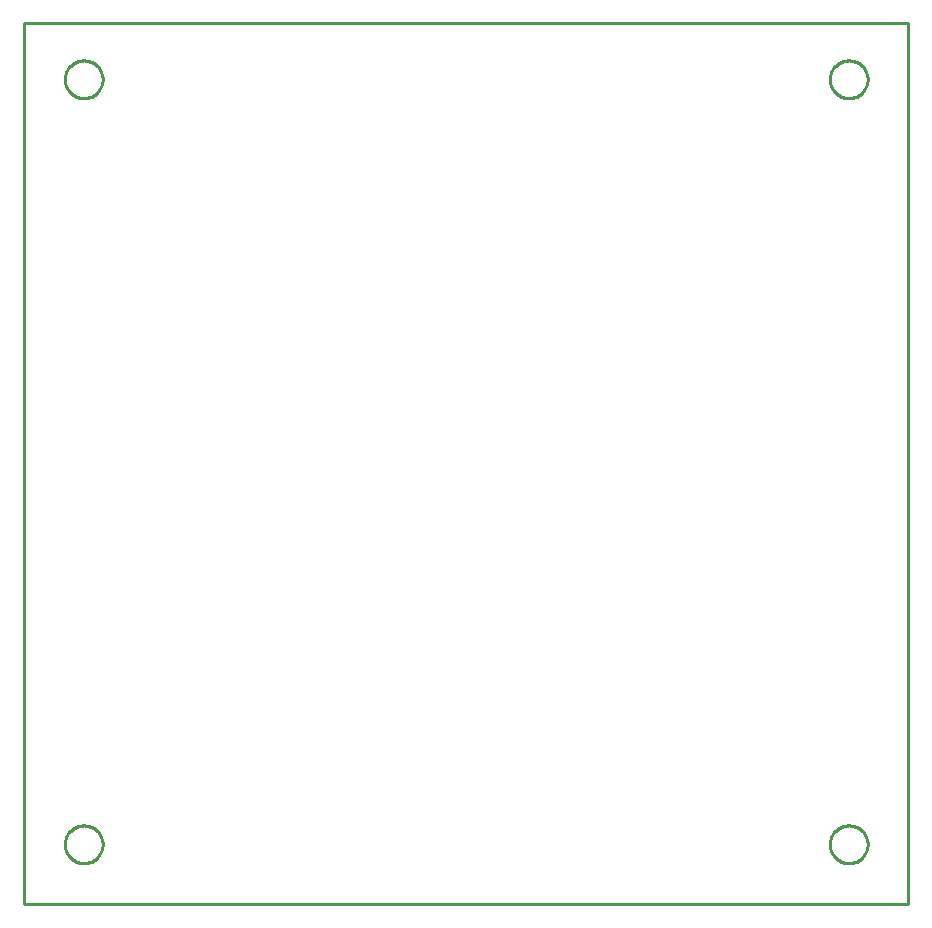
<source format=gbr>
G04 EAGLE Gerber RS-274X export*
G75*
%MOMM*%
%FSLAX34Y34*%
%LPD*%
%IN*%
%IPPOS*%
%AMOC8*
5,1,8,0,0,1.08239X$1,22.5*%
G01*
%ADD10C,0.254000*%


D10*
X0Y0D02*
X749100Y0D01*
X749100Y746000D01*
X0Y746000D01*
X0Y0D01*
X66800Y697976D02*
X66732Y696931D01*
X66595Y695892D01*
X66390Y694865D01*
X66119Y693853D01*
X65783Y692861D01*
X65382Y691893D01*
X64918Y690954D01*
X64395Y690046D01*
X63813Y689175D01*
X63175Y688344D01*
X62484Y687557D01*
X61743Y686816D01*
X60956Y686125D01*
X60125Y685488D01*
X59254Y684906D01*
X58346Y684382D01*
X57407Y683918D01*
X56439Y683517D01*
X55447Y683181D01*
X54435Y682910D01*
X53408Y682705D01*
X52369Y682569D01*
X51324Y682500D01*
X50276Y682500D01*
X49231Y682569D01*
X48192Y682705D01*
X47165Y682910D01*
X46153Y683181D01*
X45161Y683517D01*
X44193Y683918D01*
X43254Y684382D01*
X42346Y684906D01*
X41475Y685488D01*
X40644Y686125D01*
X39857Y686816D01*
X39116Y687557D01*
X38425Y688344D01*
X37788Y689175D01*
X37206Y690046D01*
X36682Y690954D01*
X36218Y691893D01*
X35817Y692861D01*
X35481Y693853D01*
X35210Y694865D01*
X35005Y695892D01*
X34869Y696931D01*
X34800Y697976D01*
X34800Y699024D01*
X34869Y700069D01*
X35005Y701108D01*
X35210Y702135D01*
X35481Y703147D01*
X35817Y704139D01*
X36218Y705107D01*
X36682Y706046D01*
X37206Y706954D01*
X37788Y707825D01*
X38425Y708656D01*
X39116Y709443D01*
X39857Y710184D01*
X40644Y710875D01*
X41475Y711513D01*
X42346Y712095D01*
X43254Y712618D01*
X44193Y713082D01*
X45161Y713483D01*
X46153Y713819D01*
X47165Y714090D01*
X48192Y714295D01*
X49231Y714432D01*
X50276Y714500D01*
X51324Y714500D01*
X52369Y714432D01*
X53408Y714295D01*
X54435Y714090D01*
X55447Y713819D01*
X56439Y713483D01*
X57407Y713082D01*
X58346Y712618D01*
X59254Y712095D01*
X60125Y711513D01*
X60956Y710875D01*
X61743Y710184D01*
X62484Y709443D01*
X63175Y708656D01*
X63813Y707825D01*
X64395Y706954D01*
X64918Y706046D01*
X65382Y705107D01*
X65783Y704139D01*
X66119Y703147D01*
X66390Y702135D01*
X66595Y701108D01*
X66732Y700069D01*
X66800Y699024D01*
X66800Y697976D01*
X66800Y50276D02*
X66732Y49231D01*
X66595Y48192D01*
X66390Y47165D01*
X66119Y46153D01*
X65783Y45161D01*
X65382Y44193D01*
X64918Y43254D01*
X64395Y42346D01*
X63813Y41475D01*
X63175Y40644D01*
X62484Y39857D01*
X61743Y39116D01*
X60956Y38425D01*
X60125Y37788D01*
X59254Y37206D01*
X58346Y36682D01*
X57407Y36218D01*
X56439Y35817D01*
X55447Y35481D01*
X54435Y35210D01*
X53408Y35005D01*
X52369Y34869D01*
X51324Y34800D01*
X50276Y34800D01*
X49231Y34869D01*
X48192Y35005D01*
X47165Y35210D01*
X46153Y35481D01*
X45161Y35817D01*
X44193Y36218D01*
X43254Y36682D01*
X42346Y37206D01*
X41475Y37788D01*
X40644Y38425D01*
X39857Y39116D01*
X39116Y39857D01*
X38425Y40644D01*
X37788Y41475D01*
X37206Y42346D01*
X36682Y43254D01*
X36218Y44193D01*
X35817Y45161D01*
X35481Y46153D01*
X35210Y47165D01*
X35005Y48192D01*
X34869Y49231D01*
X34800Y50276D01*
X34800Y51324D01*
X34869Y52369D01*
X35005Y53408D01*
X35210Y54435D01*
X35481Y55447D01*
X35817Y56439D01*
X36218Y57407D01*
X36682Y58346D01*
X37206Y59254D01*
X37788Y60125D01*
X38425Y60956D01*
X39116Y61743D01*
X39857Y62484D01*
X40644Y63175D01*
X41475Y63813D01*
X42346Y64395D01*
X43254Y64918D01*
X44193Y65382D01*
X45161Y65783D01*
X46153Y66119D01*
X47165Y66390D01*
X48192Y66595D01*
X49231Y66732D01*
X50276Y66800D01*
X51324Y66800D01*
X52369Y66732D01*
X53408Y66595D01*
X54435Y66390D01*
X55447Y66119D01*
X56439Y65783D01*
X57407Y65382D01*
X58346Y64918D01*
X59254Y64395D01*
X60125Y63813D01*
X60956Y63175D01*
X61743Y62484D01*
X62484Y61743D01*
X63175Y60956D01*
X63813Y60125D01*
X64395Y59254D01*
X64918Y58346D01*
X65382Y57407D01*
X65783Y56439D01*
X66119Y55447D01*
X66390Y54435D01*
X66595Y53408D01*
X66732Y52369D01*
X66800Y51324D01*
X66800Y50276D01*
X714500Y50276D02*
X714432Y49231D01*
X714295Y48192D01*
X714090Y47165D01*
X713819Y46153D01*
X713483Y45161D01*
X713082Y44193D01*
X712618Y43254D01*
X712095Y42346D01*
X711513Y41475D01*
X710875Y40644D01*
X710184Y39857D01*
X709443Y39116D01*
X708656Y38425D01*
X707825Y37788D01*
X706954Y37206D01*
X706046Y36682D01*
X705107Y36218D01*
X704139Y35817D01*
X703147Y35481D01*
X702135Y35210D01*
X701108Y35005D01*
X700069Y34869D01*
X699024Y34800D01*
X697976Y34800D01*
X696931Y34869D01*
X695892Y35005D01*
X694865Y35210D01*
X693853Y35481D01*
X692861Y35817D01*
X691893Y36218D01*
X690954Y36682D01*
X690046Y37206D01*
X689175Y37788D01*
X688344Y38425D01*
X687557Y39116D01*
X686816Y39857D01*
X686125Y40644D01*
X685488Y41475D01*
X684906Y42346D01*
X684382Y43254D01*
X683918Y44193D01*
X683517Y45161D01*
X683181Y46153D01*
X682910Y47165D01*
X682705Y48192D01*
X682569Y49231D01*
X682500Y50276D01*
X682500Y51324D01*
X682569Y52369D01*
X682705Y53408D01*
X682910Y54435D01*
X683181Y55447D01*
X683517Y56439D01*
X683918Y57407D01*
X684382Y58346D01*
X684906Y59254D01*
X685488Y60125D01*
X686125Y60956D01*
X686816Y61743D01*
X687557Y62484D01*
X688344Y63175D01*
X689175Y63813D01*
X690046Y64395D01*
X690954Y64918D01*
X691893Y65382D01*
X692861Y65783D01*
X693853Y66119D01*
X694865Y66390D01*
X695892Y66595D01*
X696931Y66732D01*
X697976Y66800D01*
X699024Y66800D01*
X700069Y66732D01*
X701108Y66595D01*
X702135Y66390D01*
X703147Y66119D01*
X704139Y65783D01*
X705107Y65382D01*
X706046Y64918D01*
X706954Y64395D01*
X707825Y63813D01*
X708656Y63175D01*
X709443Y62484D01*
X710184Y61743D01*
X710875Y60956D01*
X711513Y60125D01*
X712095Y59254D01*
X712618Y58346D01*
X713082Y57407D01*
X713483Y56439D01*
X713819Y55447D01*
X714090Y54435D01*
X714295Y53408D01*
X714432Y52369D01*
X714500Y51324D01*
X714500Y50276D01*
X714500Y697976D02*
X714432Y696931D01*
X714295Y695892D01*
X714090Y694865D01*
X713819Y693853D01*
X713483Y692861D01*
X713082Y691893D01*
X712618Y690954D01*
X712095Y690046D01*
X711513Y689175D01*
X710875Y688344D01*
X710184Y687557D01*
X709443Y686816D01*
X708656Y686125D01*
X707825Y685488D01*
X706954Y684906D01*
X706046Y684382D01*
X705107Y683918D01*
X704139Y683517D01*
X703147Y683181D01*
X702135Y682910D01*
X701108Y682705D01*
X700069Y682569D01*
X699024Y682500D01*
X697976Y682500D01*
X696931Y682569D01*
X695892Y682705D01*
X694865Y682910D01*
X693853Y683181D01*
X692861Y683517D01*
X691893Y683918D01*
X690954Y684382D01*
X690046Y684906D01*
X689175Y685488D01*
X688344Y686125D01*
X687557Y686816D01*
X686816Y687557D01*
X686125Y688344D01*
X685488Y689175D01*
X684906Y690046D01*
X684382Y690954D01*
X683918Y691893D01*
X683517Y692861D01*
X683181Y693853D01*
X682910Y694865D01*
X682705Y695892D01*
X682569Y696931D01*
X682500Y697976D01*
X682500Y699024D01*
X682569Y700069D01*
X682705Y701108D01*
X682910Y702135D01*
X683181Y703147D01*
X683517Y704139D01*
X683918Y705107D01*
X684382Y706046D01*
X684906Y706954D01*
X685488Y707825D01*
X686125Y708656D01*
X686816Y709443D01*
X687557Y710184D01*
X688344Y710875D01*
X689175Y711513D01*
X690046Y712095D01*
X690954Y712618D01*
X691893Y713082D01*
X692861Y713483D01*
X693853Y713819D01*
X694865Y714090D01*
X695892Y714295D01*
X696931Y714432D01*
X697976Y714500D01*
X699024Y714500D01*
X700069Y714432D01*
X701108Y714295D01*
X702135Y714090D01*
X703147Y713819D01*
X704139Y713483D01*
X705107Y713082D01*
X706046Y712618D01*
X706954Y712095D01*
X707825Y711513D01*
X708656Y710875D01*
X709443Y710184D01*
X710184Y709443D01*
X710875Y708656D01*
X711513Y707825D01*
X712095Y706954D01*
X712618Y706046D01*
X713082Y705107D01*
X713483Y704139D01*
X713819Y703147D01*
X714090Y702135D01*
X714295Y701108D01*
X714432Y700069D01*
X714500Y699024D01*
X714500Y697976D01*
M02*

</source>
